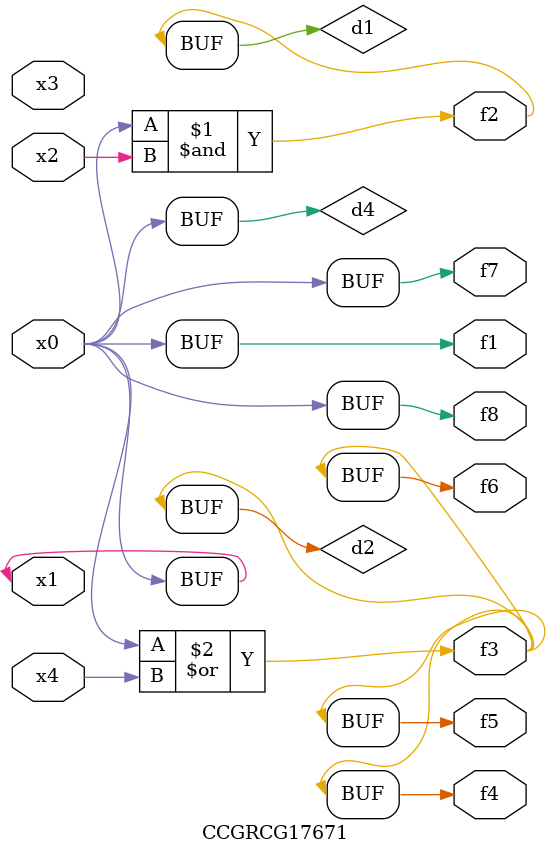
<source format=v>
module CCGRCG17671(
	input x0, x1, x2, x3, x4,
	output f1, f2, f3, f4, f5, f6, f7, f8
);

	wire d1, d2, d3, d4;

	and (d1, x0, x2);
	or (d2, x0, x4);
	nand (d3, x0, x2);
	buf (d4, x0, x1);
	assign f1 = d4;
	assign f2 = d1;
	assign f3 = d2;
	assign f4 = d2;
	assign f5 = d2;
	assign f6 = d2;
	assign f7 = d4;
	assign f8 = d4;
endmodule

</source>
